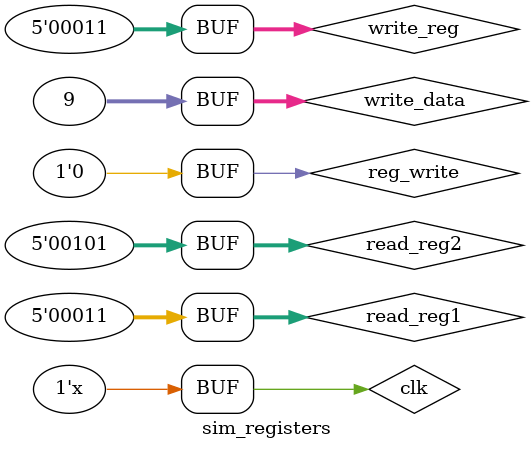
<source format=v>
`timescale 1ns / 1ps


module sim_registers();
reg clk, reg_write;
reg [4:0] read_reg1, read_reg2, write_reg;
reg [31:0] write_data;
wire [31:0] read_data1, read_data2;

registers regs(clk, reg_write, read_reg1, read_reg2, write_reg, write_data, read_data1, read_data2);

always #25 clk = ~clk;
initial 
begin
   clk = 0; reg_write = 0; read_reg1 = 0; read_reg2 = 0;
   write_data = 0;  write_reg = 0; 
   #50
   read_reg1 = 1; 
   reg_write = 1;
   write_data = 9;  write_reg = 3;
   #50
   read_reg1 = 4; 
   reg_write = 0;
   write_data = 9;  write_reg = 3;
   #50
   read_reg1 = 2; read_reg2 = 1;
   #50
   read_reg1 = 3; 
   #50 
   read_reg2 = 5;

end
endmodule

</source>
